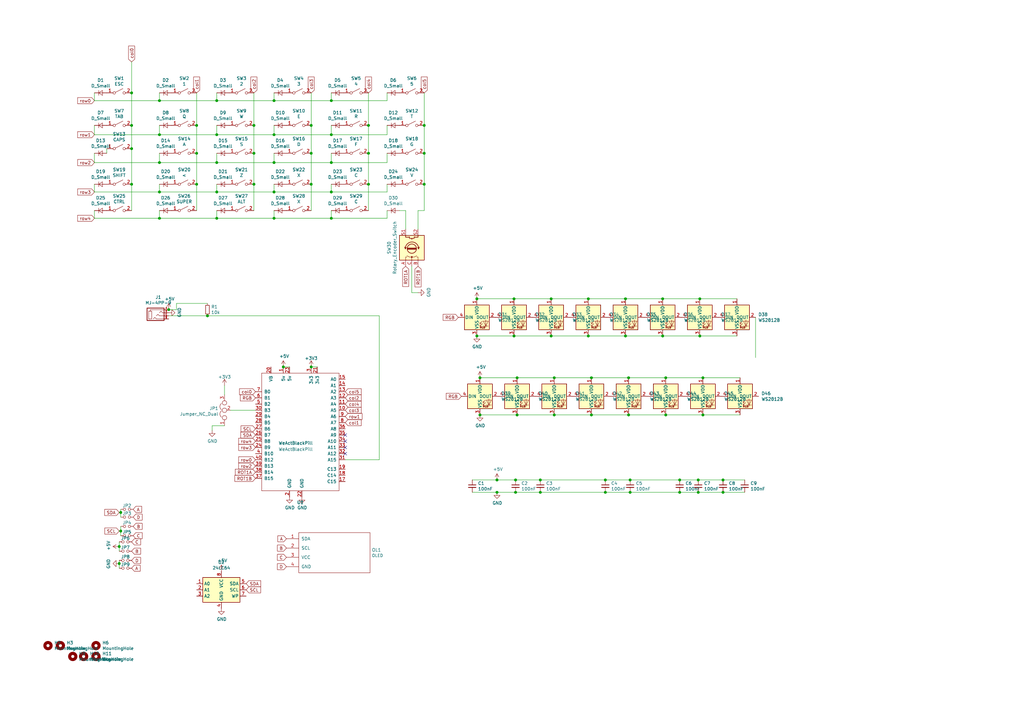
<source format=kicad_sch>
(kicad_sch (version 20210406) (generator eeschema)
  (paper "A3")
  (title_block (title "Stoutgat") (date "2020-07-26") (rev "0.2") (company "TKW"))
  (junction (at 48.895 224.155) (diameter 1.016))
  (junction (at 48.895 231.14) (diameter 1.016))
  (junction (at 49.53 210.185) (diameter 1.016))
  (junction (at 49.53 217.805) (diameter 1.016))
  (junction (at 53.975 38.1) (diameter 1.016))
  (junction (at 53.975 51.435) (diameter 1.016))
  (junction (at 53.975 60.96) (diameter 1.016))
  (junction (at 53.975 75.565) (diameter 1.016))
  (junction (at 65.405 41.275) (diameter 1.016))
  (junction (at 65.405 55.245) (diameter 1.016))
  (junction (at 65.405 66.675) (diameter 1.016))
  (junction (at 65.405 78.74) (diameter 1.016))
  (junction (at 65.405 89.535) (diameter 1.016))
  (junction (at 69.215 127) (diameter 1.016))
  (junction (at 80.645 51.435) (diameter 1.016))
  (junction (at 80.645 62.865) (diameter 1.016))
  (junction (at 80.645 75.565) (diameter 1.016))
  (junction (at 85.09 129.54) (diameter 1.016))
  (junction (at 88.9 41.275) (diameter 1.016))
  (junction (at 88.9 55.245) (diameter 1.016))
  (junction (at 88.9 66.675) (diameter 1.016))
  (junction (at 88.9 78.74) (diameter 1.016))
  (junction (at 88.9 89.535) (diameter 1.016))
  (junction (at 104.14 51.435) (diameter 1.016))
  (junction (at 104.14 62.865) (diameter 1.016))
  (junction (at 104.14 75.565) (diameter 1.016))
  (junction (at 112.395 41.275) (diameter 1.016))
  (junction (at 112.395 55.245) (diameter 1.016))
  (junction (at 112.395 66.675) (diameter 1.016))
  (junction (at 112.395 78.74) (diameter 1.016))
  (junction (at 112.395 89.535) (diameter 1.016))
  (junction (at 116.205 150.495) (diameter 1.016))
  (junction (at 127.635 51.435) (diameter 1.016))
  (junction (at 127.635 62.865) (diameter 1.016))
  (junction (at 127.635 75.565) (diameter 1.016))
  (junction (at 127.635 150.495) (diameter 1.016))
  (junction (at 135.89 41.275) (diameter 1.016))
  (junction (at 135.89 55.245) (diameter 1.016))
  (junction (at 135.89 66.675) (diameter 1.016))
  (junction (at 135.89 78.74) (diameter 1.016))
  (junction (at 135.89 89.535) (diameter 1.016))
  (junction (at 151.13 51.435) (diameter 1.016))
  (junction (at 151.13 62.865) (diameter 1.016))
  (junction (at 151.13 75.565) (diameter 1.016))
  (junction (at 173.99 51.435) (diameter 1.016))
  (junction (at 173.99 62.865) (diameter 1.016))
  (junction (at 173.99 75.565) (diameter 1.016))
  (junction (at 195.58 122.555) (diameter 1.016))
  (junction (at 195.58 137.795) (diameter 1.016))
  (junction (at 196.85 154.94) (diameter 1.016))
  (junction (at 196.85 170.18) (diameter 1.016))
  (junction (at 203.835 196.85) (diameter 1.016))
  (junction (at 203.835 201.93) (diameter 1.016))
  (junction (at 210.82 122.555) (diameter 1.016))
  (junction (at 210.82 137.795) (diameter 1.016))
  (junction (at 211.455 196.85) (diameter 1.016))
  (junction (at 211.455 201.93) (diameter 1.016))
  (junction (at 212.09 154.94) (diameter 1.016))
  (junction (at 212.09 170.18) (diameter 1.016))
  (junction (at 221.615 196.85) (diameter 1.016))
  (junction (at 221.615 201.93) (diameter 1.016))
  (junction (at 226.06 122.555) (diameter 1.016))
  (junction (at 226.06 137.795) (diameter 1.016))
  (junction (at 227.33 154.94) (diameter 1.016))
  (junction (at 227.33 170.18) (diameter 1.016))
  (junction (at 241.3 122.555) (diameter 1.016))
  (junction (at 241.3 137.795) (diameter 1.016))
  (junction (at 242.57 154.94) (diameter 1.016))
  (junction (at 242.57 170.18) (diameter 1.016))
  (junction (at 248.285 196.85) (diameter 1.016))
  (junction (at 248.285 201.93) (diameter 1.016))
  (junction (at 256.54 122.555) (diameter 1.016))
  (junction (at 256.54 137.795) (diameter 1.016))
  (junction (at 257.81 154.94) (diameter 1.016))
  (junction (at 257.81 170.18) (diameter 1.016))
  (junction (at 258.445 196.85) (diameter 1.016))
  (junction (at 258.445 201.93) (diameter 1.016))
  (junction (at 271.78 122.555) (diameter 1.016))
  (junction (at 271.78 137.795) (diameter 1.016))
  (junction (at 273.05 154.94) (diameter 1.016))
  (junction (at 273.05 170.18) (diameter 1.016))
  (junction (at 278.765 196.85) (diameter 1.016))
  (junction (at 278.765 201.93) (diameter 1.016))
  (junction (at 286.385 196.85) (diameter 1.016))
  (junction (at 286.385 201.93) (diameter 1.016))
  (junction (at 287.02 122.555) (diameter 1.016))
  (junction (at 287.02 137.795) (diameter 1.016))
  (junction (at 288.29 154.94) (diameter 1.016))
  (junction (at 288.29 170.18) (diameter 1.016))
  (junction (at 296.545 196.85) (diameter 1.016))
  (junction (at 296.545 201.93) (diameter 1.016))
  (no_connect (at 141.605 178.435))
  (no_connect (at 141.605 180.975))
  (no_connect (at 141.605 183.515))
  (no_connect (at 141.605 186.055))
  (wire (pts (xy 38.735 41.275) (xy 38.735 38.1)))
  (wire (pts (xy 38.735 51.435) (xy 38.735 55.245)))
  (wire (pts (xy 38.735 55.245) (xy 65.405 55.245)))
  (wire (pts (xy 38.735 66.675) (xy 38.735 62.865)))
  (wire (pts (xy 38.735 75.565) (xy 38.735 78.74)))
  (wire (pts (xy 38.735 78.74) (xy 65.405 78.74)))
  (wire (pts (xy 38.735 89.535) (xy 38.735 86.36)))
  (wire (pts (xy 43.815 60.96) (xy 43.815 62.865)))
  (wire (pts (xy 48.895 210.185) (xy 49.53 210.185)))
  (wire (pts (xy 48.895 217.805) (xy 49.53 217.805)))
  (wire (pts (xy 48.895 222.25) (xy 48.895 224.155)))
  (wire (pts (xy 48.895 224.155) (xy 48.895 226.06)))
  (wire (pts (xy 48.895 229.87) (xy 48.895 231.14)))
  (wire (pts (xy 48.895 231.14) (xy 48.895 233.045)))
  (wire (pts (xy 49.53 208.915) (xy 49.53 210.185)))
  (wire (pts (xy 49.53 210.185) (xy 49.53 212.09)))
  (wire (pts (xy 49.53 215.9) (xy 49.53 217.805)))
  (wire (pts (xy 49.53 217.805) (xy 49.53 219.71)))
  (wire (pts (xy 53.975 25.4) (xy 53.975 38.1)))
  (wire (pts (xy 53.975 51.435) (xy 53.975 38.1)))
  (wire (pts (xy 53.975 60.96) (xy 53.975 51.435)))
  (wire (pts (xy 53.975 60.96) (xy 53.975 75.565)))
  (wire (pts (xy 53.975 75.565) (xy 53.975 86.36)))
  (wire (pts (xy 65.405 38.1) (xy 65.405 41.275)))
  (wire (pts (xy 65.405 41.275) (xy 38.735 41.275)))
  (wire (pts (xy 65.405 51.435) (xy 65.405 55.245)))
  (wire (pts (xy 65.405 55.245) (xy 88.9 55.245)))
  (wire (pts (xy 65.405 62.865) (xy 65.405 66.675)))
  (wire (pts (xy 65.405 66.675) (xy 38.735 66.675)))
  (wire (pts (xy 65.405 75.565) (xy 65.405 78.74)))
  (wire (pts (xy 65.405 78.74) (xy 88.9 78.74)))
  (wire (pts (xy 65.405 86.36) (xy 65.405 89.535)))
  (wire (pts (xy 65.405 89.535) (xy 38.735 89.535)))
  (wire (pts (xy 69.215 127) (xy 72.39 127)))
  (wire (pts (xy 69.215 129.54) (xy 85.09 129.54)))
  (wire (pts (xy 72.39 124.46) (xy 85.09 124.46)))
  (wire (pts (xy 72.39 127) (xy 72.39 124.46)))
  (wire (pts (xy 80.645 51.435) (xy 80.645 38.1)))
  (wire (pts (xy 80.645 62.865) (xy 80.645 51.435)))
  (wire (pts (xy 80.645 75.565) (xy 80.645 62.865)))
  (wire (pts (xy 80.645 86.36) (xy 80.645 75.565)))
  (wire (pts (xy 85.09 129.54) (xy 155.575 129.54)))
  (wire (pts (xy 86.995 174.625) (xy 86.995 176.53)))
  (wire (pts (xy 88.9 38.1) (xy 88.9 41.275)))
  (wire (pts (xy 88.9 41.275) (xy 65.405 41.275)))
  (wire (pts (xy 88.9 51.435) (xy 88.9 55.245)))
  (wire (pts (xy 88.9 55.245) (xy 112.395 55.245)))
  (wire (pts (xy 88.9 62.865) (xy 88.9 66.675)))
  (wire (pts (xy 88.9 66.675) (xy 65.405 66.675)))
  (wire (pts (xy 88.9 75.565) (xy 88.9 78.74)))
  (wire (pts (xy 88.9 78.74) (xy 112.395 78.74)))
  (wire (pts (xy 88.9 86.36) (xy 88.9 89.535)))
  (wire (pts (xy 88.9 89.535) (xy 65.405 89.535)))
  (wire (pts (xy 88.9 89.535) (xy 112.395 89.535)))
  (wire (pts (xy 92.075 158.115) (xy 92.075 161.925)))
  (wire (pts (xy 92.075 174.625) (xy 86.995 174.625)))
  (wire (pts (xy 94.615 168.275) (xy 104.775 168.275)))
  (wire (pts (xy 104.14 51.435) (xy 104.14 38.1)))
  (wire (pts (xy 104.14 62.865) (xy 104.14 51.435)))
  (wire (pts (xy 104.14 75.565) (xy 104.14 62.865)))
  (wire (pts (xy 104.14 86.36) (xy 104.14 75.565)))
  (wire (pts (xy 112.395 38.1) (xy 112.395 41.275)))
  (wire (pts (xy 112.395 41.275) (xy 88.9 41.275)))
  (wire (pts (xy 112.395 51.435) (xy 112.395 55.245)))
  (wire (pts (xy 112.395 55.245) (xy 135.89 55.245)))
  (wire (pts (xy 112.395 62.865) (xy 112.395 66.675)))
  (wire (pts (xy 112.395 66.675) (xy 88.9 66.675)))
  (wire (pts (xy 112.395 75.565) (xy 112.395 78.74)))
  (wire (pts (xy 112.395 78.74) (xy 135.89 78.74)))
  (wire (pts (xy 112.395 86.36) (xy 112.395 89.535)))
  (wire (pts (xy 112.395 89.535) (xy 135.89 89.535)))
  (wire (pts (xy 116.205 150.495) (xy 118.745 150.495)))
  (wire (pts (xy 127.635 38.1) (xy 127.635 51.435)))
  (wire (pts (xy 127.635 51.435) (xy 127.635 62.865)))
  (wire (pts (xy 127.635 62.865) (xy 127.635 75.565)))
  (wire (pts (xy 127.635 75.565) (xy 127.635 86.36)))
  (wire (pts (xy 127.635 150.495) (xy 130.175 150.495)))
  (wire (pts (xy 135.89 38.1) (xy 135.89 41.275)))
  (wire (pts (xy 135.89 41.275) (xy 112.395 41.275)))
  (wire (pts (xy 135.89 51.435) (xy 135.89 55.245)))
  (wire (pts (xy 135.89 55.245) (xy 158.75 55.245)))
  (wire (pts (xy 135.89 62.865) (xy 135.89 66.675)))
  (wire (pts (xy 135.89 66.675) (xy 112.395 66.675)))
  (wire (pts (xy 135.89 75.565) (xy 135.89 78.74)))
  (wire (pts (xy 135.89 78.74) (xy 158.75 78.74)))
  (wire (pts (xy 135.89 86.36) (xy 135.89 89.535)))
  (wire (pts (xy 135.89 89.535) (xy 158.75 89.535)))
  (wire (pts (xy 151.13 51.435) (xy 151.13 38.1)))
  (wire (pts (xy 151.13 62.865) (xy 151.13 51.435)))
  (wire (pts (xy 151.13 75.565) (xy 151.13 62.865)))
  (wire (pts (xy 151.13 75.565) (xy 151.13 86.36)))
  (wire (pts (xy 155.575 129.54) (xy 155.575 188.595)))
  (wire (pts (xy 155.575 188.595) (xy 141.605 188.595)))
  (wire (pts (xy 158.75 38.1) (xy 158.75 41.275)))
  (wire (pts (xy 158.75 41.275) (xy 135.89 41.275)))
  (wire (pts (xy 158.75 51.435) (xy 158.75 55.245)))
  (wire (pts (xy 158.75 62.865) (xy 158.75 66.675)))
  (wire (pts (xy 158.75 66.675) (xy 135.89 66.675)))
  (wire (pts (xy 158.75 75.565) (xy 158.75 78.74)))
  (wire (pts (xy 158.75 89.535) (xy 158.75 86.36)))
  (wire (pts (xy 166.37 86.36) (xy 163.83 86.36)))
  (wire (pts (xy 166.37 93.98) (xy 166.37 86.36)))
  (wire (pts (xy 168.91 109.22) (xy 168.91 120.015)))
  (wire (pts (xy 168.91 120.015) (xy 171.45 120.015)))
  (wire (pts (xy 171.45 86.36) (xy 173.99 86.36)))
  (wire (pts (xy 171.45 93.98) (xy 171.45 86.36)))
  (wire (pts (xy 173.99 38.1) (xy 173.99 51.435)))
  (wire (pts (xy 173.99 51.435) (xy 173.99 62.865)))
  (wire (pts (xy 173.99 62.865) (xy 173.99 75.565)))
  (wire (pts (xy 173.99 75.565) (xy 173.99 86.36)))
  (wire (pts (xy 193.675 196.85) (xy 203.835 196.85)))
  (wire (pts (xy 195.58 122.555) (xy 210.82 122.555)))
  (wire (pts (xy 196.85 154.94) (xy 212.09 154.94)))
  (wire (pts (xy 203.835 196.85) (xy 211.455 196.85)))
  (wire (pts (xy 203.835 201.93) (xy 193.675 201.93)))
  (wire (pts (xy 210.82 122.555) (xy 226.06 122.555)))
  (wire (pts (xy 210.82 137.795) (xy 195.58 137.795)))
  (wire (pts (xy 211.455 196.85) (xy 221.615 196.85)))
  (wire (pts (xy 211.455 201.93) (xy 203.835 201.93)))
  (wire (pts (xy 212.09 154.94) (xy 227.33 154.94)))
  (wire (pts (xy 212.09 170.18) (xy 196.85 170.18)))
  (wire (pts (xy 221.615 196.85) (xy 248.285 196.85)))
  (wire (pts (xy 221.615 201.93) (xy 211.455 201.93)))
  (wire (pts (xy 221.615 201.93) (xy 248.285 201.93)))
  (wire (pts (xy 226.06 122.555) (xy 241.3 122.555)))
  (wire (pts (xy 226.06 137.795) (xy 210.82 137.795)))
  (wire (pts (xy 227.33 154.94) (xy 242.57 154.94)))
  (wire (pts (xy 227.33 170.18) (xy 212.09 170.18)))
  (wire (pts (xy 241.3 122.555) (xy 256.54 122.555)))
  (wire (pts (xy 241.3 137.795) (xy 226.06 137.795)))
  (wire (pts (xy 242.57 154.94) (xy 257.81 154.94)))
  (wire (pts (xy 242.57 170.18) (xy 227.33 170.18)))
  (wire (pts (xy 248.285 196.85) (xy 258.445 196.85)))
  (wire (pts (xy 256.54 122.555) (xy 271.78 122.555)))
  (wire (pts (xy 256.54 137.795) (xy 241.3 137.795)))
  (wire (pts (xy 257.81 154.94) (xy 273.05 154.94)))
  (wire (pts (xy 257.81 170.18) (xy 242.57 170.18)))
  (wire (pts (xy 258.445 196.85) (xy 278.765 196.85)))
  (wire (pts (xy 258.445 201.93) (xy 248.285 201.93)))
  (wire (pts (xy 258.445 201.93) (xy 278.765 201.93)))
  (wire (pts (xy 271.78 122.555) (xy 287.02 122.555)))
  (wire (pts (xy 271.78 137.795) (xy 256.54 137.795)))
  (wire (pts (xy 273.05 154.94) (xy 288.29 154.94)))
  (wire (pts (xy 273.05 170.18) (xy 257.81 170.18)))
  (wire (pts (xy 278.765 196.85) (xy 286.385 196.85)))
  (wire (pts (xy 286.385 196.85) (xy 296.545 196.85)))
  (wire (pts (xy 286.385 201.93) (xy 278.765 201.93)))
  (wire (pts (xy 287.02 122.555) (xy 302.26 122.555)))
  (wire (pts (xy 287.02 137.795) (xy 271.78 137.795)))
  (wire (pts (xy 288.29 154.94) (xy 303.53 154.94)))
  (wire (pts (xy 288.29 170.18) (xy 273.05 170.18)))
  (wire (pts (xy 296.545 196.85) (xy 305.435 196.85)))
  (wire (pts (xy 296.545 201.93) (xy 286.385 201.93)))
  (wire (pts (xy 302.26 137.795) (xy 287.02 137.795)))
  (wire (pts (xy 303.53 170.18) (xy 288.29 170.18)))
  (wire (pts (xy 305.435 201.93) (xy 296.545 201.93)))
  (wire (pts (xy 309.88 146.685) (xy 309.88 130.175)))
  (global_label "row0" (shape input) (at 38.735 41.275 180) (property "Intersheet References" "${INTERSHEET_REFS}" (effects hide)))
  (global_label "row1" (shape input) (at 38.735 55.245 180) (property "Intersheet References" "${INTERSHEET_REFS}" (effects hide)))
  (global_label "row2" (shape input) (at 38.735 66.675 180) (property "Intersheet References" "${INTERSHEET_REFS}" (effects hide)))
  (global_label "row3" (shape input) (at 38.735 78.74 180) (property "Intersheet References" "${INTERSHEET_REFS}" (effects hide)))
  (global_label "row4" (shape input) (at 38.735 89.535 180) (property "Intersheet References" "${INTERSHEET_REFS}" (effects hide)))
  (global_label "SDA" (shape input) (at 48.895 210.185 180) (property "Intersheet References" "${INTERSHEET_REFS}" (effects hide)))
  (global_label "SCL" (shape input) (at 48.895 217.805 180) (property "Intersheet References" "${INTERSHEET_REFS}" (effects hide)))
  (global_label "col0" (shape input) (at 53.975 25.4 90) (property "Intersheet References" "${INTERSHEET_REFS}" (effects hide)))
  (global_label "C" (shape input) (at 53.975 222.25 0) (property "Intersheet References" "${INTERSHEET_REFS}" (effects hide)))
  (global_label "B" (shape input) (at 53.975 226.06 0) (property "Intersheet References" "${INTERSHEET_REFS}" (effects hide)))
  (global_label "D" (shape input) (at 53.975 229.87 0) (property "Intersheet References" "${INTERSHEET_REFS}" (effects hide)))
  (global_label "A" (shape input) (at 53.975 233.045 0) (property "Intersheet References" "${INTERSHEET_REFS}" (effects hide)))
  (global_label "A" (shape input) (at 54.61 208.915 0) (property "Intersheet References" "${INTERSHEET_REFS}" (effects hide)))
  (global_label "D" (shape input) (at 54.61 212.09 0) (property "Intersheet References" "${INTERSHEET_REFS}" (effects hide)))
  (global_label "B" (shape input) (at 54.61 215.9 0) (property "Intersheet References" "${INTERSHEET_REFS}" (effects hide)))
  (global_label "C" (shape input) (at 54.61 219.71 0) (property "Intersheet References" "${INTERSHEET_REFS}" (effects hide)))
  (global_label "col1" (shape input) (at 80.645 38.1 90) (property "Intersheet References" "${INTERSHEET_REFS}" (effects hide)))
  (global_label "SDA" (shape input) (at 100.965 239.395 0) (property "Intersheet References" "${INTERSHEET_REFS}" (effects hide)))
  (global_label "SCL" (shape input) (at 100.965 241.935 0) (property "Intersheet References" "${INTERSHEET_REFS}" (effects hide)))
  (global_label "col2" (shape input) (at 104.14 38.1 90) (property "Intersheet References" "${INTERSHEET_REFS}" (effects hide)))
  (global_label "col0" (shape input) (at 104.775 160.655 180) (property "Intersheet References" "${INTERSHEET_REFS}" (effects hide)))
  (global_label "RGB" (shape input) (at 104.775 163.195 180) (property "Intersheet References" "${INTERSHEET_REFS}" (effects hide)))
  (global_label "SCL" (shape input) (at 104.775 175.895 180) (property "Intersheet References" "${INTERSHEET_REFS}" (effects hide)))
  (global_label "SDA" (shape input) (at 104.775 178.435 180) (property "Intersheet References" "${INTERSHEET_REFS}" (effects hide)))
  (global_label "row4" (shape input) (at 104.775 180.975 180) (property "Intersheet References" "${INTERSHEET_REFS}" (effects hide)))
  (global_label "row3" (shape input) (at 104.775 183.515 180) (property "Intersheet References" "${INTERSHEET_REFS}" (effects hide)))
  (global_label "row0" (shape input) (at 104.775 188.595 180) (property "Intersheet References" "${INTERSHEET_REFS}" (effects hide)))
  (global_label "row2" (shape input) (at 104.775 191.135 180) (property "Intersheet References" "${INTERSHEET_REFS}" (effects hide)))
  (global_label "ROT1A" (shape input) (at 104.775 193.675 180) (property "Intersheet References" "${INTERSHEET_REFS}" (effects hide)))
  (global_label "ROT1B" (shape input) (at 104.775 196.215 180) (property "Intersheet References" "${INTERSHEET_REFS}" (effects hide)))
  (global_label "A" (shape input) (at 117.475 220.98 180) (property "Intersheet References" "${INTERSHEET_REFS}" (effects hide)))
  (global_label "B" (shape input) (at 117.475 224.79 180) (property "Intersheet References" "${INTERSHEET_REFS}" (effects hide)))
  (global_label "C" (shape input) (at 117.475 228.6 180) (property "Intersheet References" "${INTERSHEET_REFS}" (effects hide)))
  (global_label "D" (shape input) (at 117.475 232.41 180) (property "Intersheet References" "${INTERSHEET_REFS}" (effects hide)))
  (global_label "col3" (shape input) (at 127.635 38.1 90) (property "Intersheet References" "${INTERSHEET_REFS}" (effects hide)))
  (global_label "col5" (shape input) (at 141.605 160.655 0) (property "Intersheet References" "${INTERSHEET_REFS}" (effects hide)))
  (global_label "col2" (shape input) (at 141.605 163.195 0) (property "Intersheet References" "${INTERSHEET_REFS}" (effects hide)))
  (global_label "col4" (shape input) (at 141.605 165.735 0) (property "Intersheet References" "${INTERSHEET_REFS}" (effects hide)))
  (global_label "col3" (shape input) (at 141.605 168.275 0) (property "Intersheet References" "${INTERSHEET_REFS}" (effects hide)))
  (global_label "row1" (shape input) (at 141.605 170.815 0) (property "Intersheet References" "${INTERSHEET_REFS}" (effects hide)))
  (global_label "col1" (shape input) (at 141.605 173.355 0) (property "Intersheet References" "${INTERSHEET_REFS}" (effects hide)))
  (global_label "col4" (shape input) (at 151.13 38.1 90) (property "Intersheet References" "${INTERSHEET_REFS}" (effects hide)))
  (global_label "ROT1A" (shape input) (at 166.37 109.22 270) (property "Intersheet References" "${INTERSHEET_REFS}" (effects hide)))
  (global_label "ROT1B" (shape input) (at 171.45 109.22 270) (property "Intersheet References" "${INTERSHEET_REFS}" (effects hide)))
  (global_label "col5" (shape input) (at 173.99 38.1 90) (property "Intersheet References" "${INTERSHEET_REFS}" (effects hide)))
  (global_label "RGB" (shape input) (at 187.96 130.175 180) (property "Intersheet References" "${INTERSHEET_REFS}" (effects hide)))
  (global_label "RGB" (shape input) (at 189.23 162.56 180) (property "Intersheet References" "${INTERSHEET_REFS}" (effects hide)))
  (symbol (lib_id "power:+5V") (at 48.895 224.155 90) (unit 1)
    (property "Reference" "#PWR0101" (effects hide))
    (property "Value" "+5V" (at 44.5008 223.774 0))
  )
  (symbol (lib_id "power:+5V") (at 69.215 127 0) (unit 1)
    (property "Reference" "#PWR0103" (effects hide))
    (property "Value" "+5V" (at 69.596 122.6058 0))
  )
  (symbol (lib_id "power:+5V") (at 90.805 234.315 0) (unit 1)
    (property "Reference" "#PWR?" (effects hide))
    (property "Value" "+5V" (at 91.186 229.9208 0))
  )
  (symbol (lib_id "power:+3V3") (at 92.075 158.115 0) (unit 1)
    (property "Reference" "#PWR010" (effects hide))
    (property "Value" "+3V3" (at 92.075 154.5676 0))
  )
  (symbol (lib_id "power:+5V") (at 116.205 150.495 0) (unit 1)
    (property "Reference" "#PWR04" (effects hide))
    (property "Value" "+5V" (at 116.586 146.1008 0))
  )
  (symbol (lib_id "power:+3V3") (at 127.635 150.495 0) (unit 1)
    (property "Reference" "#PWR09" (effects hide))
    (property "Value" "+3V3" (at 127.635 146.9476 0))
  )
  (symbol (lib_id "power:+5V") (at 195.58 122.555 0) (unit 1)
    (property "Reference" "#PWR02" (effects hide))
    (property "Value" "+5V" (at 195.961 118.1608 0))
  )
  (symbol (lib_id "power:+5V") (at 196.85 154.94 0) (unit 1)
    (property "Reference" "#PWR0105" (effects hide))
    (property "Value" "+5V" (at 197.231 150.5458 0))
  )
  (symbol (lib_id "power:+5V") (at 203.835 196.85 0) (unit 1)
    (property "Reference" "#PWR05" (effects hide))
    (property "Value" "+5V" (at 204.216 192.4558 0))
  )
  (symbol (lib_id "Device:Jumper_NO_Small") (at 51.435 222.25 0) (unit 1)
    (property "Reference" "JP6" (at 51.435 220.7346 0))
    (property "Value" "Jumper_NO_Small" (effects hide))
    (property "Footprint" "Jumper:SolderJumper-2_P1.3mm_Open_Pad1.0x1.5mm" (effects hide))
  )
  (symbol (lib_id "Device:Jumper_NO_Small") (at 51.435 226.06 0) (unit 1)
    (property "Reference" "JP7" (at 51.435 224.5446 0))
    (property "Value" "Jumper_NO_Small" (effects hide))
    (property "Footprint" "Jumper:SolderJumper-2_P1.3mm_Open_Pad1.0x1.5mm" (effects hide))
  )
  (symbol (lib_id "Device:Jumper_NO_Small") (at 51.435 229.87 0) (unit 1)
    (property "Reference" "JP8" (at 51.435 228.3546 0))
    (property "Value" "Jumper_NO_Small" (effects hide))
    (property "Footprint" "Jumper:SolderJumper-2_P1.3mm_Open_Pad1.0x1.5mm" (effects hide))
  )
  (symbol (lib_id "Device:Jumper_NO_Small") (at 51.435 233.045 0) (unit 1)
    (property "Reference" "JP9" (at 51.435 231.5296 0))
    (property "Value" "Jumper_NO_Small" (effects hide))
    (property "Footprint" "Jumper:SolderJumper-2_P1.3mm_Open_Pad1.0x1.5mm" (effects hide))
  )
  (symbol (lib_id "Device:Jumper_NO_Small") (at 52.07 208.915 0) (unit 1)
    (property "Reference" "JP2" (at 52.07 207.3996 0))
    (property "Value" "Jumper_NO_Small" (effects hide))
    (property "Footprint" "Jumper:SolderJumper-2_P1.3mm_Open_Pad1.0x1.5mm" (effects hide))
  )
  (symbol (lib_id "Device:Jumper_NO_Small") (at 52.07 212.09 0) (unit 1)
    (property "Reference" "JP3" (at 52.07 210.5746 0))
    (property "Value" "Jumper_NO_Small" (effects hide))
    (property "Footprint" "Jumper:SolderJumper-2_P1.3mm_Open_Pad1.0x1.5mm" (effects hide))
  )
  (symbol (lib_id "Device:Jumper_NO_Small") (at 52.07 215.9 0) (unit 1)
    (property "Reference" "JP4" (at 52.07 214.3846 0))
    (property "Value" "Jumper_NO_Small" (effects hide))
    (property "Footprint" "Jumper:SolderJumper-2_P1.3mm_Open_Pad1.0x1.5mm" (effects hide))
  )
  (symbol (lib_id "Device:Jumper_NO_Small") (at 52.07 219.71 0) (unit 1)
    (property "Reference" "JP5" (at 52.07 218.1946 0))
    (property "Value" "Jumper_NO_Small" (effects hide))
    (property "Footprint" "Jumper:SolderJumper-2_P1.3mm_Open_Pad1.0x1.5mm" (effects hide))
  )
  (symbol (lib_id "power:GND") (at 48.895 231.14 270) (unit 1)
    (property "Reference" "#PWR0102" (effects hide))
    (property "Value" "GND" (at 44.5008 231.267 0))
  )
  (symbol (lib_id "power:GND") (at 69.215 128.27 90) (unit 1)
    (property "Reference" "#PWR0104" (effects hide))
    (property "Value" "GND" (at 73.6092 128.143 0))
  )
  (symbol (lib_id "power:GND") (at 86.995 176.53 0) (unit 1)
    (property "Reference" "#PWR011" (effects hide))
    (property "Value" "GND" (at 87.122 180.9242 0))
  )
  (symbol (lib_id "power:GND") (at 90.805 249.555 0) (unit 1)
    (property "Reference" "#PWR?" (effects hide))
    (property "Value" "GND" (at 90.932 253.9492 0))
  )
  (symbol (lib_id "power:GND") (at 118.745 203.835 0) (unit 1)
    (property "Reference" "#PWR07" (effects hide))
    (property "Value" "GND" (at 118.872 208.2292 0))
  )
  (symbol (lib_id "power:GND") (at 123.825 203.835 0) (unit 1)
    (property "Reference" "#PWR08" (effects hide))
    (property "Value" "GND" (at 123.952 208.2292 0))
  )
  (symbol (lib_id "power:GND") (at 171.45 120.015 90) (unit 1)
    (property "Reference" "#PWR01" (effects hide))
    (property "Value" "GND" (at 175.8442 119.888 0))
  )
  (symbol (lib_id "power:GND") (at 195.58 137.795 0) (unit 1)
    (property "Reference" "#PWR03" (effects hide))
    (property "Value" "GND" (at 195.707 142.1892 0))
  )
  (symbol (lib_id "power:GND") (at 196.85 170.18 0) (unit 1)
    (property "Reference" "#PWR0106" (effects hide))
    (property "Value" "GND" (at 196.977 174.5742 0))
  )
  (symbol (lib_id "power:GND") (at 203.835 201.93 0) (unit 1)
    (property "Reference" "#PWR06" (effects hide))
    (property "Value" "GND" (at 203.962 206.3242 0))
  )
  (symbol (lib_id "Device:R_Small") (at 85.09 127 0) (unit 1)
    (property "Reference" "R1" (at 86.5886 125.8316 0) (effects (justify left)))
    (property "Value" "10k" (at 86.5886 128.143 0) (effects (justify left)))
    (property "Footprint" "Resistor_THT:R_Axial_DIN0204_L3.6mm_D1.6mm_P5.08mm_Horizontal" (effects hide))
  )
  (symbol (lib_id "Device:D_Small") (at 41.275 38.1 0) (unit 1)
    (property "Reference" "D1" (at 41.275 32.893 0))
    (property "Value" "D_Small" (at 41.275 35.2044 0))
    (property "Footprint" "Diode_THT:D_DO-34_SOD68_P7.62mm_Horizontal" (effects hide))
  )
  (symbol (lib_id "Device:D_Small") (at 41.275 51.435 0) (unit 1)
    (property "Reference" "D7" (at 41.275 46.228 0))
    (property "Value" "D_Small" (at 41.275 48.5394 0))
    (property "Footprint" "Diode_THT:D_DO-34_SOD68_P7.62mm_Horizontal" (effects hide))
  )
  (symbol (lib_id "Device:D_Small") (at 41.275 62.865 0) (unit 1)
    (property "Reference" "D13" (at 41.275 57.658 0))
    (property "Value" "D_Small" (at 41.275 59.9694 0))
    (property "Footprint" "Diode_THT:D_DO-34_SOD68_P7.62mm_Horizontal" (effects hide))
  )
  (symbol (lib_id "Device:D_Small") (at 41.275 75.565 0) (unit 1)
    (property "Reference" "D19" (at 41.275 70.358 0))
    (property "Value" "D_Small" (at 41.275 72.6694 0))
    (property "Footprint" "Diode_THT:D_DO-34_SOD68_P7.62mm_Horizontal" (effects hide))
  )
  (symbol (lib_id "Device:D_Small") (at 41.275 86.36 0) (unit 1)
    (property "Reference" "D25" (at 41.275 81.153 0))
    (property "Value" "D_Small" (at 41.275 83.4644 0))
    (property "Footprint" "Diode_THT:D_DO-34_SOD68_P7.62mm_Horizontal" (effects hide))
  )
  (symbol (lib_id "Device:D_Small") (at 67.945 38.1 0) (unit 1)
    (property "Reference" "D2" (at 67.945 32.893 0))
    (property "Value" "D_Small" (at 67.945 35.2044 0))
    (property "Footprint" "Diode_THT:D_DO-34_SOD68_P7.62mm_Horizontal" (effects hide))
  )
  (symbol (lib_id "Device:D_Small") (at 67.945 51.435 0) (unit 1)
    (property "Reference" "D8" (at 67.945 46.228 0))
    (property "Value" "D_Small" (at 67.945 48.5394 0))
    (property "Footprint" "Diode_THT:D_DO-34_SOD68_P7.62mm_Horizontal" (effects hide))
  )
  (symbol (lib_id "Device:D_Small") (at 67.945 62.865 0) (unit 1)
    (property "Reference" "D14" (at 67.945 57.658 0))
    (property "Value" "D_Small" (at 67.945 59.9694 0))
    (property "Footprint" "Diode_THT:D_DO-34_SOD68_P7.62mm_Horizontal" (effects hide))
  )
  (symbol (lib_id "Device:D_Small") (at 67.945 75.565 0) (unit 1)
    (property "Reference" "D20" (at 67.945 70.358 0))
    (property "Value" "D_Small" (at 67.945 72.6694 0))
    (property "Footprint" "Diode_THT:D_DO-34_SOD68_P7.62mm_Horizontal" (effects hide))
  )
  (symbol (lib_id "Device:D_Small") (at 67.945 86.36 0) (unit 1)
    (property "Reference" "D26" (at 67.945 81.153 0))
    (property "Value" "D_Small" (at 67.945 83.4644 0))
    (property "Footprint" "Diode_THT:D_DO-34_SOD68_P7.62mm_Horizontal" (effects hide))
  )
  (symbol (lib_id "Device:D_Small") (at 91.44 38.1 0) (unit 1)
    (property "Reference" "D3" (at 91.44 32.893 0))
    (property "Value" "D_Small" (at 91.44 35.2044 0))
    (property "Footprint" "Diode_THT:D_DO-34_SOD68_P7.62mm_Horizontal" (effects hide))
  )
  (symbol (lib_id "Device:D_Small") (at 91.44 51.435 0) (unit 1)
    (property "Reference" "D9" (at 91.44 46.228 0))
    (property "Value" "D_Small" (at 91.44 48.5394 0))
    (property "Footprint" "Diode_THT:D_DO-34_SOD68_P7.62mm_Horizontal" (effects hide))
  )
  (symbol (lib_id "Device:D_Small") (at 91.44 62.865 0) (unit 1)
    (property "Reference" "D15" (at 91.44 57.658 0))
    (property "Value" "D_Small" (at 91.44 59.9694 0))
    (property "Footprint" "Diode_THT:D_DO-34_SOD68_P7.62mm_Horizontal" (effects hide))
  )
  (symbol (lib_id "Device:D_Small") (at 91.44 75.565 0) (unit 1)
    (property "Reference" "D21" (at 91.44 70.358 0))
    (property "Value" "D_Small" (at 91.44 72.6694 0))
    (property "Footprint" "Diode_THT:D_DO-34_SOD68_P7.62mm_Horizontal" (effects hide))
  )
  (symbol (lib_id "Device:D_Small") (at 91.44 86.36 0) (unit 1)
    (property "Reference" "D27" (at 91.44 81.153 0))
    (property "Value" "D_Small" (at 91.44 83.4644 0))
    (property "Footprint" "Diode_THT:D_DO-34_SOD68_P7.62mm_Horizontal" (effects hide))
  )
  (symbol (lib_id "Device:D_Small") (at 114.935 38.1 0) (unit 1)
    (property "Reference" "D4" (at 114.935 32.893 0))
    (property "Value" "D_Small" (at 114.935 35.2044 0))
    (property "Footprint" "Diode_THT:D_DO-34_SOD68_P7.62mm_Horizontal" (effects hide))
  )
  (symbol (lib_id "Device:D_Small") (at 114.935 51.435 0) (unit 1)
    (property "Reference" "D10" (at 114.935 46.228 0))
    (property "Value" "D_Small" (at 114.935 48.5394 0))
    (property "Footprint" "Diode_THT:D_DO-34_SOD68_P7.62mm_Horizontal" (effects hide))
  )
  (symbol (lib_id "Device:D_Small") (at 114.935 62.865 0) (unit 1)
    (property "Reference" "D16" (at 114.935 57.658 0))
    (property "Value" "D_Small" (at 114.935 59.9694 0))
    (property "Footprint" "Diode_THT:D_DO-34_SOD68_P7.62mm_Horizontal" (effects hide))
  )
  (symbol (lib_id "Device:D_Small") (at 114.935 75.565 0) (unit 1)
    (property "Reference" "D22" (at 114.935 70.358 0))
    (property "Value" "D_Small" (at 114.935 72.6694 0))
    (property "Footprint" "Diode_THT:D_DO-34_SOD68_P7.62mm_Horizontal" (effects hide))
  )
  (symbol (lib_id "Device:D_Small") (at 114.935 86.36 0) (unit 1)
    (property "Reference" "D28" (at 114.935 81.153 0))
    (property "Value" "D_Small" (at 114.935 83.4644 0))
    (property "Footprint" "Diode_THT:D_DO-34_SOD68_P7.62mm_Horizontal" (effects hide))
  )
  (symbol (lib_id "Device:D_Small") (at 138.43 38.1 0) (unit 1)
    (property "Reference" "D5" (at 138.43 32.893 0))
    (property "Value" "D_Small" (at 138.43 35.2044 0))
    (property "Footprint" "Diode_THT:D_DO-34_SOD68_P7.62mm_Horizontal" (effects hide))
  )
  (symbol (lib_id "Device:D_Small") (at 138.43 51.435 0) (unit 1)
    (property "Reference" "D11" (at 138.43 46.228 0))
    (property "Value" "D_Small" (at 138.43 48.5394 0))
    (property "Footprint" "Diode_THT:D_DO-34_SOD68_P7.62mm_Horizontal" (effects hide))
  )
  (symbol (lib_id "Device:D_Small") (at 138.43 62.865 0) (unit 1)
    (property "Reference" "D17" (at 138.43 57.658 0))
    (property "Value" "D_Small" (at 138.43 59.9694 0))
    (property "Footprint" "Diode_THT:D_DO-34_SOD68_P7.62mm_Horizontal" (effects hide))
  )
  (symbol (lib_id "Device:D_Small") (at 138.43 75.565 0) (unit 1)
    (property "Reference" "D23" (at 138.43 70.358 0))
    (property "Value" "D_Small" (at 138.43 72.6694 0))
    (property "Footprint" "Diode_THT:D_DO-34_SOD68_P7.62mm_Horizontal" (effects hide))
  )
  (symbol (lib_id "Device:D_Small") (at 138.43 86.36 0) (unit 1)
    (property "Reference" "D29" (at 138.43 81.153 0))
    (property "Value" "D_Small" (at 138.43 83.4644 0))
    (property "Footprint" "Diode_THT:D_DO-34_SOD68_P7.62mm_Horizontal" (effects hide))
  )
  (symbol (lib_id "Device:D_Small") (at 161.29 38.1 0) (unit 1)
    (property "Reference" "D6" (at 161.29 32.893 0))
    (property "Value" "D_Small" (at 161.29 35.2044 0))
    (property "Footprint" "Diode_THT:D_DO-34_SOD68_P7.62mm_Horizontal" (effects hide))
  )
  (symbol (lib_id "Device:D_Small") (at 161.29 51.435 0) (unit 1)
    (property "Reference" "D12" (at 161.29 46.228 0))
    (property "Value" "D_Small" (at 161.29 48.5394 0))
    (property "Footprint" "Diode_THT:D_DO-34_SOD68_P7.62mm_Horizontal" (effects hide))
  )
  (symbol (lib_id "Device:D_Small") (at 161.29 62.865 0) (unit 1)
    (property "Reference" "D18" (at 161.29 57.658 0))
    (property "Value" "D_Small" (at 161.29 59.9694 0))
    (property "Footprint" "Diode_THT:D_DO-34_SOD68_P7.62mm_Horizontal" (effects hide))
  )
  (symbol (lib_id "Device:D_Small") (at 161.29 75.565 0) (unit 1)
    (property "Reference" "D24" (at 161.29 70.358 0))
    (property "Value" "D_Small" (at 161.29 72.6694 0))
    (property "Footprint" "Diode_THT:D_DO-34_SOD68_P7.62mm_Horizontal" (effects hide))
  )
  (symbol (lib_id "Device:D_Small") (at 161.29 86.36 0) (unit 1)
    (property "Reference" "D30" (at 161.29 81.153 0))
    (property "Value" "D_Small" (at 161.29 83.4644 0))
    (property "Footprint" "Diode_THT:D_DO-34_SOD68_P7.62mm_Horizontal" (effects hide))
  )
  (symbol (lib_id "Mechanical:MountingHole") (at 19.685 264.795 0) (unit 1)
    (property "Reference" "H2" (at 22.225 263.6266 0) (effects (justify left)))
    (property "Value" "MountingHole" (at 22.225 265.938 0) (effects (justify left)))
    (property "Footprint" "MountingHole:MountingHole_3.2mm_M3" (effects hide))
  )
  (symbol (lib_id "Mechanical:MountingHole") (at 24.765 264.795 0) (unit 1)
    (property "Reference" "H3" (at 27.305 263.6266 0) (effects (justify left)))
    (property "Value" "MountingHole" (at 27.305 265.938 0) (effects (justify left)))
    (property "Footprint" "MountingHole:MountingHole_3.2mm_M3" (effects hide))
  )
  (symbol (lib_id "Mechanical:MountingHole") (at 29.845 269.24 0) (unit 1)
    (property "Reference" "H9" (at 32.385 268.0716 0) (effects (justify left)))
    (property "Value" "MountingHole" (at 32.385 270.383 0) (effects (justify left)))
    (property "Footprint" "MountingHole:MountingHole_3.2mm_M3" (effects hide))
  )
  (symbol (lib_id "Mechanical:MountingHole") (at 34.29 269.24 0) (unit 1)
    (property "Reference" "H10" (at 36.83 268.0716 0) (effects (justify left)))
    (property "Value" "MountingHole" (at 36.83 270.383 0) (effects (justify left)))
    (property "Footprint" "MountingHole:MountingHole_3.2mm_M3" (effects hide))
  )
  (symbol (lib_id "Mechanical:MountingHole") (at 39.37 264.795 0) (unit 1)
    (property "Reference" "H6" (at 41.91 263.6266 0) (effects (justify left)))
    (property "Value" "MountingHole" (at 41.91 265.938 0) (effects (justify left)))
    (property "Footprint" "MountingHole:MountingHole_3.2mm_M3" (effects hide))
  )
  (symbol (lib_id "Mechanical:MountingHole") (at 39.37 269.24 0) (unit 1)
    (property "Reference" "H11" (at 41.91 268.0716 0) (effects (justify left)))
    (property "Value" "MountingHole" (at 41.91 270.383 0) (effects (justify left)))
    (property "Footprint" "MountingHole:MountingHole_3.2mm_M3" (effects hide))
  )
  (symbol (lib_id "Device:C_Small") (at 193.675 199.39 0) (unit 1)
    (property "Reference" "C1" (at 196.0118 198.2216 0) (effects (justify left)))
    (property "Value" "100nF" (at 196.0118 200.533 0) (effects (justify left)))
    (property "Footprint" "Capacitor_SMD:C_0805_2012Metric" (effects hide))
  )
  (symbol (lib_id "Device:C_Small") (at 211.455 199.39 0) (unit 1)
    (property "Reference" "C2" (at 213.7918 198.2216 0) (effects (justify left)))
    (property "Value" "100nF" (at 213.7918 200.533 0) (effects (justify left)))
    (property "Footprint" "Capacitor_SMD:C_0805_2012Metric" (effects hide))
  )
  (symbol (lib_id "Device:C_Small") (at 221.615 199.39 0) (unit 1)
    (property "Reference" "C3" (at 223.9518 198.2216 0) (effects (justify left)))
    (property "Value" "100nF" (at 223.9518 200.533 0) (effects (justify left)))
    (property "Footprint" "Capacitor_SMD:C_0805_2012Metric" (effects hide))
  )
  (symbol (lib_id "Device:C_Small") (at 248.285 199.39 0) (unit 1)
    (property "Reference" "C4" (at 250.6218 198.2216 0) (effects (justify left)))
    (property "Value" "100nF" (at 250.6218 200.533 0) (effects (justify left)))
    (property "Footprint" "Capacitor_SMD:C_0805_2012Metric" (effects hide))
  )
  (symbol (lib_id "Device:C_Small") (at 258.445 199.39 0) (unit 1)
    (property "Reference" "C5" (at 260.7818 198.2216 0) (effects (justify left)))
    (property "Value" "100nF" (at 260.7818 200.533 0) (effects (justify left)))
    (property "Footprint" "Capacitor_SMD:C_0805_2012Metric" (effects hide))
  )
  (symbol (lib_id "Device:C_Small") (at 278.765 199.39 0) (unit 1)
    (property "Reference" "C6" (at 281.1018 198.2216 0) (effects (justify left)))
    (property "Value" "100nF" (at 281.1018 200.533 0) (effects (justify left)))
    (property "Footprint" "Capacitor_SMD:C_0805_2012Metric" (effects hide))
  )
  (symbol (lib_id "Device:C_Small") (at 286.385 199.39 0) (unit 1)
    (property "Reference" "C7" (at 288.7218 198.2216 0) (effects (justify left)))
    (property "Value" "100nF" (at 288.7218 200.533 0) (effects (justify left)))
    (property "Footprint" "Capacitor_SMD:C_0805_2012Metric" (effects hide))
  )
  (symbol (lib_id "Device:C_Small") (at 296.545 199.39 0) (unit 1)
    (property "Reference" "C8" (at 298.8818 198.2216 0) (effects (justify left)))
    (property "Value" "100nF" (at 298.8818 200.533 0) (effects (justify left)))
    (property "Footprint" "Capacitor_SMD:C_0805_2012Metric" (effects hide))
  )
  (symbol (lib_id "Device:C_Small") (at 305.435 199.39 0) (unit 1)
    (property "Reference" "C9" (at 307.7718 198.2216 0) (effects (justify left)))
    (property "Value" "100nF" (at 307.7718 200.533 0) (effects (justify left)))
    (property "Footprint" "Capacitor_SMD:C_0805_2012Metric" (effects hide))
  )
  (symbol (lib_id "Switch:SW_SPST") (at 48.895 38.1 0) (unit 1)
    (property "Reference" "SW1" (at 48.895 32.131 0))
    (property "Value" "ESC" (at 48.895 34.4424 0))
    (property "Footprint" "foostan:MX_ALPS_PG1350_noLed" (effects hide))
  )
  (symbol (lib_id "Switch:SW_SPST") (at 48.895 51.435 0) (unit 1)
    (property "Reference" "SW7" (at 48.895 45.466 0))
    (property "Value" "TAB" (at 48.895 47.7774 0))
    (property "Footprint" "foostan:MX_ALPS_PG1350_noLed" (effects hide))
  )
  (symbol (lib_id "Switch:SW_SPST") (at 48.895 60.96 0) (unit 1)
    (property "Reference" "SW13" (at 48.895 54.991 0))
    (property "Value" "CAPS" (at 48.895 57.3024 0))
    (property "Footprint" "foostan:MX_ALPS_PG1350_noLed" (effects hide))
  )
  (symbol (lib_id "Switch:SW_SPST") (at 48.895 75.565 0) (unit 1)
    (property "Reference" "SW19" (at 48.895 69.596 0))
    (property "Value" "SHIFT" (at 48.895 71.9074 0))
    (property "Footprint" "foostan:MX_ALPS_PG1350_noLed" (effects hide))
  )
  (symbol (lib_id "Switch:SW_SPST") (at 48.895 86.36 0) (unit 1)
    (property "Reference" "SW25" (at 48.895 80.391 0))
    (property "Value" "CTRL" (at 48.895 82.7024 0))
    (property "Footprint" "foostan:MX_ALPS_PG1350_noLed" (effects hide))
  )
  (symbol (lib_id "Switch:SW_SPST") (at 75.565 38.1 0) (unit 1)
    (property "Reference" "SW2" (at 75.565 32.131 0))
    (property "Value" "1" (at 75.565 34.4424 0))
    (property "Footprint" "foostan:MX_ALPS_PG1350_noLed" (effects hide))
  )
  (symbol (lib_id "Switch:SW_SPST") (at 75.565 51.435 0) (unit 1)
    (property "Reference" "SW8" (at 75.565 45.466 0))
    (property "Value" "Q" (at 75.565 47.7774 0))
    (property "Footprint" "foostan:MX_ALPS_PG1350_noLed" (effects hide))
  )
  (symbol (lib_id "Switch:SW_SPST") (at 75.565 62.865 0) (unit 1)
    (property "Reference" "SW14" (at 75.565 56.896 0))
    (property "Value" "A" (at 75.565 59.2074 0))
    (property "Footprint" "foostan:MX_ALPS_PG1350_noLed" (effects hide))
  )
  (symbol (lib_id "Switch:SW_SPST") (at 75.565 75.565 0) (unit 1)
    (property "Reference" "SW20" (at 75.565 69.596 0))
    (property "Value" "<" (at 75.565 71.9074 0))
    (property "Footprint" "foostan:MX_ALPS_PG1350_noLed" (effects hide))
  )
  (symbol (lib_id "Switch:SW_SPST") (at 75.565 86.36 0) (unit 1)
    (property "Reference" "SW26" (at 75.565 80.391 0))
    (property "Value" "SUPER" (at 75.565 82.7024 0))
    (property "Footprint" "foostan:MX_ALPS_PG1350_noLed" (effects hide))
  )
  (symbol (lib_id "Switch:SW_SPST") (at 99.06 38.1 0) (unit 1)
    (property "Reference" "SW3" (at 99.06 32.131 0))
    (property "Value" "2" (at 99.06 34.4424 0))
    (property "Footprint" "foostan:MX_ALPS_PG1350_noLed" (effects hide))
  )
  (symbol (lib_id "Switch:SW_SPST") (at 99.06 51.435 0) (unit 1)
    (property "Reference" "SW9" (at 99.06 45.466 0))
    (property "Value" "W" (at 99.06 47.7774 0))
    (property "Footprint" "foostan:MX_ALPS_PG1350_noLed" (effects hide))
  )
  (symbol (lib_id "Switch:SW_SPST") (at 99.06 62.865 0) (unit 1)
    (property "Reference" "SW15" (at 99.06 56.896 0))
    (property "Value" "S" (at 99.06 59.2074 0))
    (property "Footprint" "foostan:MX_ALPS_PG1350_noLed" (effects hide))
  )
  (symbol (lib_id "Switch:SW_SPST") (at 99.06 75.565 0) (unit 1)
    (property "Reference" "SW21" (at 99.06 69.596 0))
    (property "Value" "Z" (at 99.06 71.9074 0))
    (property "Footprint" "foostan:MX_ALPS_PG1350_noLed" (effects hide))
  )
  (symbol (lib_id "Switch:SW_SPST") (at 99.06 86.36 0) (unit 1)
    (property "Reference" "SW27" (at 99.06 80.391 0))
    (property "Value" "ALT" (at 99.06 82.7024 0))
    (property "Footprint" "foostan:MX_ALPS_PG1350_noLed" (effects hide))
  )
  (symbol (lib_id "Switch:SW_SPST") (at 122.555 38.1 0) (unit 1)
    (property "Reference" "SW4" (at 122.555 32.131 0))
    (property "Value" "3" (at 122.555 34.4424 0))
    (property "Footprint" "foostan:MX_ALPS_PG1350_noLed" (effects hide))
  )
  (symbol (lib_id "Switch:SW_SPST") (at 122.555 51.435 0) (unit 1)
    (property "Reference" "SW10" (at 122.555 45.466 0))
    (property "Value" "E" (at 122.555 47.7774 0))
    (property "Footprint" "foostan:MX_ALPS_PG1350_noLed" (effects hide))
  )
  (symbol (lib_id "Switch:SW_SPST") (at 122.555 62.865 0) (unit 1)
    (property "Reference" "SW16" (at 122.555 56.896 0))
    (property "Value" "D" (at 122.555 59.2074 0))
    (property "Footprint" "foostan:MX_ALPS_PG1350_noLed" (effects hide))
  )
  (symbol (lib_id "Switch:SW_SPST") (at 122.555 75.565 0) (unit 1)
    (property "Reference" "SW22" (at 122.555 69.596 0))
    (property "Value" "X" (at 122.555 71.9074 0))
    (property "Footprint" "foostan:MX_ALPS_PG1350_noLed" (effects hide))
  )
  (symbol (lib_id "Switch:SW_SPST") (at 122.555 86.36 0) (unit 1)
    (property "Reference" "SW28" (at 122.555 80.391 0))
    (property "Value" "X" (at 122.555 82.7024 0))
    (property "Footprint" "foostan:MX_ALPS_PG1350_noLed" (effects hide))
  )
  (symbol (lib_id "Switch:SW_SPST") (at 146.05 38.1 0) (unit 1)
    (property "Reference" "SW5" (at 146.05 32.131 0))
    (property "Value" "4" (at 146.05 34.4424 0))
    (property "Footprint" "foostan:MX_ALPS_PG1350_noLed" (effects hide))
  )
  (symbol (lib_id "Switch:SW_SPST") (at 146.05 51.435 0) (unit 1)
    (property "Reference" "SW11" (at 146.05 45.466 0))
    (property "Value" "R" (at 146.05 47.7774 0))
    (property "Footprint" "foostan:MX_ALPS_PG1350_noLed" (effects hide))
  )
  (symbol (lib_id "Switch:SW_SPST") (at 146.05 62.865 0) (unit 1)
    (property "Reference" "SW17" (at 146.05 56.896 0))
    (property "Value" "F" (at 146.05 59.2074 0))
    (property "Footprint" "foostan:MX_ALPS_PG1350_noLed" (effects hide))
  )
  (symbol (lib_id "Switch:SW_SPST") (at 146.05 75.565 0) (unit 1)
    (property "Reference" "SW23" (at 146.05 69.596 0))
    (property "Value" "C" (at 146.05 71.9074 0))
    (property "Footprint" "foostan:MX_ALPS_PG1350_noLed" (effects hide))
  )
  (symbol (lib_id "Switch:SW_SPST") (at 146.05 86.36 0) (unit 1)
    (property "Reference" "SW29" (at 146.05 80.391 0))
    (property "Value" "C" (at 146.05 82.7024 0))
    (property "Footprint" "foostan:MX_ALPS_PG1350_noLed" (effects hide))
  )
  (symbol (lib_id "Switch:SW_SPST") (at 168.91 38.1 0) (unit 1)
    (property "Reference" "SW6" (at 168.91 32.131 0))
    (property "Value" "5" (at 168.91 34.4424 0))
    (property "Footprint" "foostan:MX_ALPS_PG1350_noLed" (effects hide))
  )
  (symbol (lib_id "Switch:SW_SPST") (at 168.91 51.435 0) (unit 1)
    (property "Reference" "SW12" (at 168.91 45.466 0))
    (property "Value" "T" (at 168.91 47.7774 0))
    (property "Footprint" "foostan:MX_ALPS_PG1350_noLed" (effects hide))
  )
  (symbol (lib_id "Switch:SW_SPST") (at 168.91 62.865 0) (unit 1)
    (property "Reference" "SW18" (at 168.91 56.896 0))
    (property "Value" "G" (at 168.91 59.2074 0))
    (property "Footprint" "foostan:MX_ALPS_PG1350_noLed" (effects hide))
  )
  (symbol (lib_id "Switch:SW_SPST") (at 168.91 75.565 0) (unit 1)
    (property "Reference" "SW24" (at 168.91 69.596 0))
    (property "Value" "V" (at 168.91 71.9074 0))
    (property "Footprint" "foostan:MX_ALPS_PG1350_noLed" (effects hide))
  )
  (symbol (lib_id "foostan:MJ-4PP-9") (at 64.135 128.905 0) (unit 1)
    (property "Reference" "J1" (at 64.9224 121.8946 0))
    (property "Value" "MJ-4PP-9" (at 64.9224 124.206 0))
    (property "Footprint" "foostan:MJ-4PP-9" (effects hide))
  )
  (symbol (lib_id "Device:Jumper_NC_Dual") (at 92.075 168.275 90) (unit 1)
    (property "Reference" "JP1" (at 89.5604 167.5141 90) (effects (justify left)))
    (property "Value" "Jumper_NC_Dual" (at 89.5604 169.8128 90) (effects (justify left)))
    (property "Footprint" "Jumper:SolderJumper-3_P1.3mm_Open_Pad1.0x1.5mm" (effects hide))
  )
  (symbol (lib_id "knopkop:WeActBlackPill") (at 123.825 168.275 0) (unit 1)
    (property "Reference" "U?" (at 123.19 206.0956 0))
    (property "Value" "WeActBlackPill" (at 121.285 184.277 0))
    (property "Footprint" "tkw:Blackpill" (effects hide))
  )
  (symbol (lib_id "Device:Rotary_Encoder_Switch") (at 168.91 101.6 90) (unit 1)
    (property "Reference" "SW30" (at 159.5882 101.6 0))
    (property "Value" "Rotary_Encoder_Switch" (at 161.8996 101.6 0))
    (property "Footprint" "Rotary_Encoder:RotaryEncoder_Alps_EC11E-Switch_Vertical_H20mm" (effects hide))
  )
  (symbol (lib_id "LED:WS2812B") (at 195.58 130.175 0) (unit 1)
    (property "Reference" "D31" (at 204.3176 129.0066 0) (effects (justify left)))
    (property "Value" "WS2812B" (at 204.3176 131.318 0) (effects (justify left)))
    (property "Footprint" "LED_SMD:LED_WS2812B_PLCC4_5.0x5.0mm_P3.2mm" (effects hide))
    (property "Datasheet" "https://cdn-shop.adafruit.com/datasheets/WS2812B.pdf" (effects hide))
  )
  (symbol (lib_id "LED:WS2812B") (at 196.85 162.56 0) (unit 1)
    (property "Reference" "D39" (at 205.5876 161.3916 0) (effects (justify left)))
    (property "Value" "WS2812B" (at 205.5876 163.703 0) (effects (justify left)))
    (property "Footprint" "LED_SMD:LED_WS2812B_PLCC4_5.0x5.0mm_P3.2mm" (effects hide))
    (property "Datasheet" "https://cdn-shop.adafruit.com/datasheets/WS2812B.pdf" (effects hide))
  )
  (symbol (lib_id "LED:WS2812B") (at 210.82 130.175 0) (unit 1)
    (property "Reference" "D32" (at 219.5576 129.0066 0) (effects (justify left)))
    (property "Value" "WS2812B" (at 219.5576 131.318 0) (effects (justify left)))
    (property "Footprint" "LED_SMD:LED_WS2812B_PLCC4_5.0x5.0mm_P3.2mm" (effects hide))
    (property "Datasheet" "https://cdn-shop.adafruit.com/datasheets/WS2812B.pdf" (effects hide))
  )
  (symbol (lib_id "LED:WS2812B") (at 212.09 162.56 0) (unit 1)
    (property "Reference" "D40" (at 220.8276 161.3916 0) (effects (justify left)))
    (property "Value" "WS2812B" (at 220.8276 163.703 0) (effects (justify left)))
    (property "Footprint" "LED_SMD:LED_WS2812B_PLCC4_5.0x5.0mm_P3.2mm" (effects hide))
    (property "Datasheet" "https://cdn-shop.adafruit.com/datasheets/WS2812B.pdf" (effects hide))
  )
  (symbol (lib_id "LED:WS2812B") (at 226.06 130.175 0) (unit 1)
    (property "Reference" "D33" (at 234.7976 129.0066 0) (effects (justify left)))
    (property "Value" "WS2812B" (at 234.7976 131.318 0) (effects (justify left)))
    (property "Footprint" "LED_SMD:LED_WS2812B_PLCC4_5.0x5.0mm_P3.2mm" (effects hide))
    (property "Datasheet" "https://cdn-shop.adafruit.com/datasheets/WS2812B.pdf" (effects hide))
  )
  (symbol (lib_id "LED:WS2812B") (at 227.33 162.56 0) (unit 1)
    (property "Reference" "D41" (at 236.0676 161.3916 0) (effects (justify left)))
    (property "Value" "WS2812B" (at 236.0676 163.703 0) (effects (justify left)))
    (property "Footprint" "LED_SMD:LED_WS2812B_PLCC4_5.0x5.0mm_P3.2mm" (effects hide))
    (property "Datasheet" "https://cdn-shop.adafruit.com/datasheets/WS2812B.pdf" (effects hide))
  )
  (symbol (lib_id "LED:WS2812B") (at 241.3 130.175 0) (unit 1)
    (property "Reference" "D34" (at 250.0376 129.0066 0) (effects (justify left)))
    (property "Value" "WS2812B" (at 250.0376 131.318 0) (effects (justify left)))
    (property "Footprint" "LED_SMD:LED_WS2812B_PLCC4_5.0x5.0mm_P3.2mm" (effects hide))
    (property "Datasheet" "https://cdn-shop.adafruit.com/datasheets/WS2812B.pdf" (effects hide))
  )
  (symbol (lib_id "LED:WS2812B") (at 242.57 162.56 0) (unit 1)
    (property "Reference" "D42" (at 251.3076 161.3916 0) (effects (justify left)))
    (property "Value" "WS2812B" (at 251.3076 163.703 0) (effects (justify left)))
    (property "Footprint" "LED_SMD:LED_WS2812B_PLCC4_5.0x5.0mm_P3.2mm" (effects hide))
    (property "Datasheet" "https://cdn-shop.adafruit.com/datasheets/WS2812B.pdf" (effects hide))
  )
  (symbol (lib_id "LED:WS2812B") (at 256.54 130.175 0) (unit 1)
    (property "Reference" "D35" (at 265.2776 129.0066 0) (effects (justify left)))
    (property "Value" "WS2812B" (at 265.2776 131.318 0) (effects (justify left)))
    (property "Footprint" "LED_SMD:LED_WS2812B_PLCC4_5.0x5.0mm_P3.2mm" (effects hide))
    (property "Datasheet" "https://cdn-shop.adafruit.com/datasheets/WS2812B.pdf" (effects hide))
  )
  (symbol (lib_id "LED:WS2812B") (at 257.81 162.56 0) (unit 1)
    (property "Reference" "D43" (at 266.5476 161.3916 0) (effects (justify left)))
    (property "Value" "WS2812B" (at 266.5476 163.703 0) (effects (justify left)))
    (property "Footprint" "LED_SMD:LED_WS2812B_PLCC4_5.0x5.0mm_P3.2mm" (effects hide))
    (property "Datasheet" "https://cdn-shop.adafruit.com/datasheets/WS2812B.pdf" (effects hide))
  )
  (symbol (lib_id "LED:WS2812B") (at 271.78 130.175 0) (unit 1)
    (property "Reference" "D36" (at 280.5176 129.0066 0) (effects (justify left)))
    (property "Value" "WS2812B" (at 280.5176 131.318 0) (effects (justify left)))
    (property "Footprint" "LED_SMD:LED_WS2812B_PLCC4_5.0x5.0mm_P3.2mm" (effects hide))
    (property "Datasheet" "https://cdn-shop.adafruit.com/datasheets/WS2812B.pdf" (effects hide))
  )
  (symbol (lib_id "LED:WS2812B") (at 273.05 162.56 0) (unit 1)
    (property "Reference" "D44" (at 281.7876 161.3916 0) (effects (justify left)))
    (property "Value" "WS2812B" (at 281.7876 163.703 0) (effects (justify left)))
    (property "Footprint" "LED_SMD:LED_WS2812B_PLCC4_5.0x5.0mm_P3.2mm" (effects hide))
    (property "Datasheet" "https://cdn-shop.adafruit.com/datasheets/WS2812B.pdf" (effects hide))
  )
  (symbol (lib_id "LED:WS2812B") (at 287.02 130.175 0) (unit 1)
    (property "Reference" "D37" (at 295.7576 129.0066 0) (effects (justify left)))
    (property "Value" "WS2812B" (at 295.7576 131.318 0) (effects (justify left)))
    (property "Footprint" "LED_SMD:LED_WS2812B_PLCC4_5.0x5.0mm_P3.2mm" (effects hide))
    (property "Datasheet" "https://cdn-shop.adafruit.com/datasheets/WS2812B.pdf" (effects hide))
  )
  (symbol (lib_id "LED:WS2812B") (at 288.29 162.56 0) (unit 1)
    (property "Reference" "D45" (at 297.0276 161.3916 0) (effects (justify left)))
    (property "Value" "WS2812B" (at 297.0276 163.703 0) (effects (justify left)))
    (property "Footprint" "LED_SMD:LED_WS2812B_PLCC4_5.0x5.0mm_P3.2mm" (effects hide))
    (property "Datasheet" "https://cdn-shop.adafruit.com/datasheets/WS2812B.pdf" (effects hide))
  )
  (symbol (lib_id "LED:WS2812B") (at 302.26 130.175 0) (unit 1)
    (property "Reference" "D38" (at 310.9976 129.0066 0) (effects (justify left)))
    (property "Value" "WS2812B" (at 310.9976 131.318 0) (effects (justify left)))
    (property "Footprint" "LED_SMD:LED_WS2812B_PLCC4_5.0x5.0mm_P3.2mm" (effects hide))
    (property "Datasheet" "https://cdn-shop.adafruit.com/datasheets/WS2812B.pdf" (effects hide))
  )
  (symbol (lib_id "LED:WS2812B") (at 303.53 162.56 0) (unit 1)
    (property "Reference" "D46" (at 312.2676 161.3916 0) (effects (justify left)))
    (property "Value" "WS2812B" (at 312.2676 163.703 0) (effects (justify left)))
    (property "Footprint" "LED_SMD:LED_WS2812B_PLCC4_5.0x5.0mm_P3.2mm" (effects hide))
    (property "Datasheet" "https://cdn-shop.adafruit.com/datasheets/WS2812B.pdf" (effects hide))
  )
  (symbol (lib_id "Memory_EEPROM:24LC64") (at 90.805 241.935 0) (unit 1)
    (property "Reference" "U2" (at 90.805 230.6278 0))
    (property "Value" "24LC64" (at 90.805 232.9265 0))
    (property "Footprint" "Package_SO:SOIC-8-1EP_3.9x4.9mm_P1.27mm_EP2.29x3mm" (effects hide))
    (property "Datasheet" "http://ww1.microchip.com/downloads/en/DeviceDoc/21189f.pdf" (effects hide))
  )
  (symbol (lib_id "foostan:OLED") (at 136.525 227.33 0) (unit 1)
    (property "Reference" "OL1" (at 152.4762 225.5774 0) (effects (font (size 1.2954 1.2954)) (justify left)))
    (property "Value" "OLED" (at 152.4762 227.8634 0) (effects (font (size 1.1938 1.1938)) (justify left)))
    (property "Footprint" "foostan:OLED_v2" (effects hide))
  )
  (symbol (lib_id "tkw:WeActBlackPill") (at 123.825 168.275 0) (unit 1)
    (property "Reference" "U1" (at 123.19 206.0956 0))
    (property "Value" "WeActBlackPill" (at 121.285 181.737 0))
    (property "Footprint" "tkw:Blackpill" (effects hide))
  )
)
</source>
